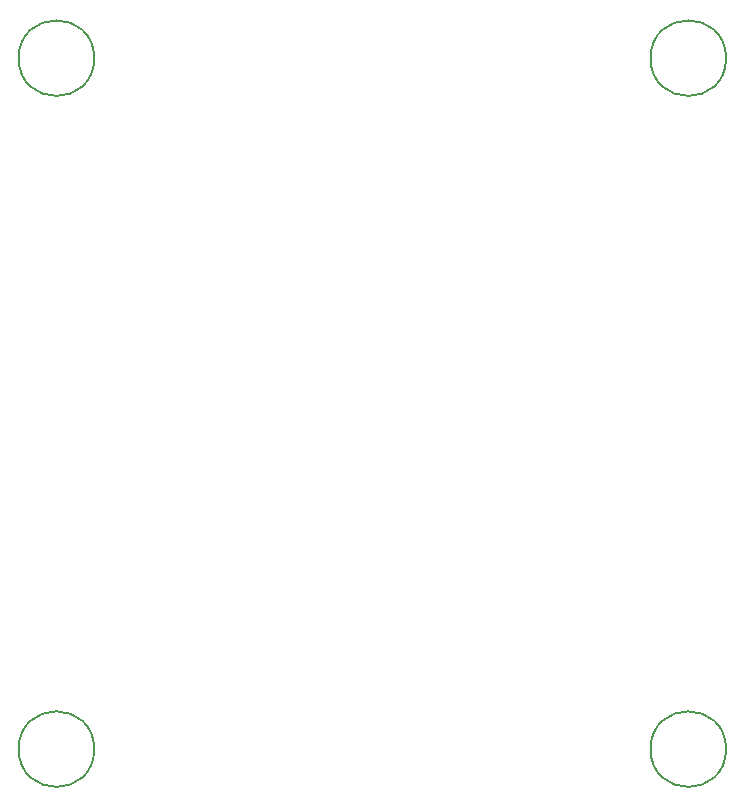
<source format=gbr>
%TF.GenerationSoftware,KiCad,Pcbnew,7.0.11*%
%TF.CreationDate,2024-04-01T19:46:57+02:00*%
%TF.ProjectId,BloX_ABC_MkII,426c6f58-5f41-4424-935f-4d6b49492e6b,rev?*%
%TF.SameCoordinates,Original*%
%TF.FileFunction,Other,Comment*%
%FSLAX46Y46*%
G04 Gerber Fmt 4.6, Leading zero omitted, Abs format (unit mm)*
G04 Created by KiCad (PCBNEW 7.0.11) date 2024-04-01 19:46:57*
%MOMM*%
%LPD*%
G01*
G04 APERTURE LIST*
%ADD10C,0.150000*%
G04 APERTURE END LIST*
D10*
%TO.C,REF\u002A\u002A*%
X81200000Y-63000000D02*
G75*
G03*
X74800000Y-63000000I-3200000J0D01*
G01*
X74800000Y-63000000D02*
G75*
G03*
X81200000Y-63000000I3200000J0D01*
G01*
X81200000Y-121500000D02*
G75*
G03*
X74800000Y-121500000I-3200000J0D01*
G01*
X74800000Y-121500000D02*
G75*
G03*
X81200000Y-121500000I3200000J0D01*
G01*
X134700000Y-121500000D02*
G75*
G03*
X128300000Y-121500000I-3200000J0D01*
G01*
X128300000Y-121500000D02*
G75*
G03*
X134700000Y-121500000I3200000J0D01*
G01*
X134700000Y-63000000D02*
G75*
G03*
X128300000Y-63000000I-3200000J0D01*
G01*
X128300000Y-63000000D02*
G75*
G03*
X134700000Y-63000000I3200000J0D01*
G01*
%TD*%
M02*

</source>
